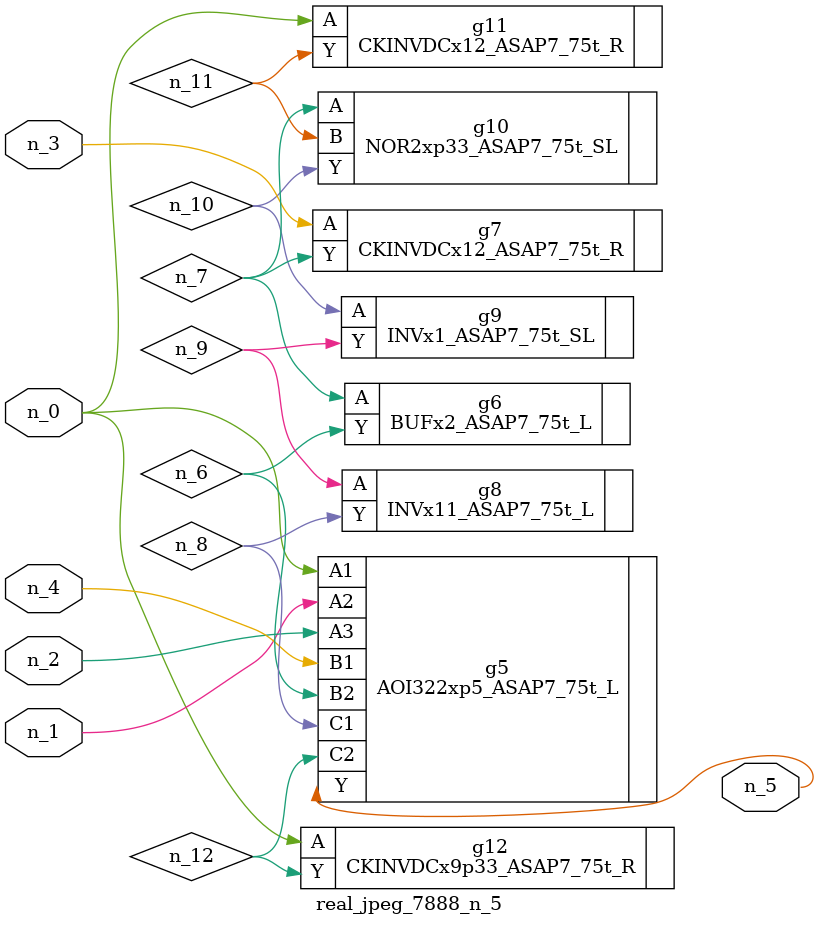
<source format=v>
module real_jpeg_7888_n_5 (n_4, n_0, n_1, n_2, n_3, n_5);

input n_4;
input n_0;
input n_1;
input n_2;
input n_3;

output n_5;

wire n_12;
wire n_8;
wire n_11;
wire n_6;
wire n_7;
wire n_10;
wire n_9;

AOI322xp5_ASAP7_75t_L g5 ( 
.A1(n_0),
.A2(n_1),
.A3(n_2),
.B1(n_4),
.B2(n_6),
.C1(n_8),
.C2(n_12),
.Y(n_5)
);

CKINVDCx12_ASAP7_75t_R g11 ( 
.A(n_0),
.Y(n_11)
);

CKINVDCx9p33_ASAP7_75t_R g12 ( 
.A(n_0),
.Y(n_12)
);

CKINVDCx12_ASAP7_75t_R g7 ( 
.A(n_3),
.Y(n_7)
);

BUFx2_ASAP7_75t_L g6 ( 
.A(n_7),
.Y(n_6)
);

NOR2xp33_ASAP7_75t_SL g10 ( 
.A(n_7),
.B(n_11),
.Y(n_10)
);

INVx11_ASAP7_75t_L g8 ( 
.A(n_9),
.Y(n_8)
);

INVx1_ASAP7_75t_SL g9 ( 
.A(n_10),
.Y(n_9)
);


endmodule
</source>
